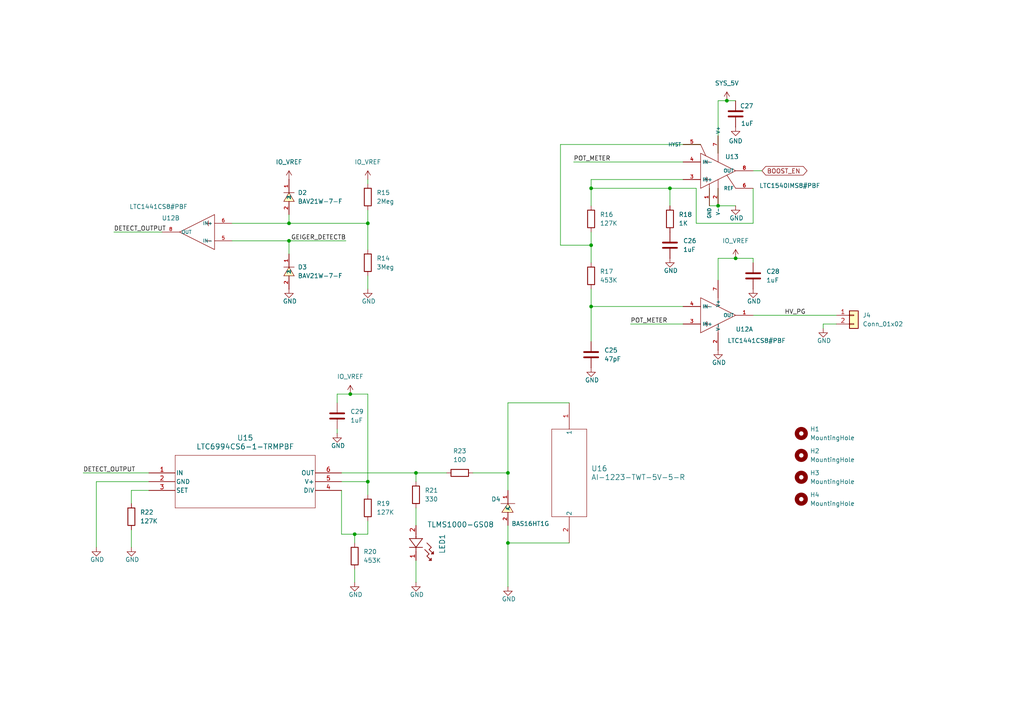
<source format=kicad_sch>
(kicad_sch (version 20231120) (generator "eeschema") (generator_version "8.0")
  (paper "A4")
  (lib_symbols
    (symbol "AI-1223-TWT-5V-5-R:AI-1223-TWT-5V-5-R" (pin_names (offset 0.254))
      (property "Reference" "U" (at 20.32 10.16 0))
      (property "Value" "AI-1223-TWT-5V-5-R" (at 20.32 7.62 0))
      (symbol "AI-1223-TWT-5V-5-R_0_1"
        (polyline (pts (xy 7.62 -5.08) (xy 33.02 -5.08)) (stroke (width 0.127)))
        (polyline (pts (xy 7.62 5.08) (xy 7.62 -5.08)) (stroke (width 0.127)))
        (polyline (pts (xy 33.02 -5.08) (xy 33.02 5.08)) (stroke (width 0.127)))
        (polyline (pts (xy 33.02 5.08) (xy 7.62 5.08)) (stroke (width 0.127)))
        (pin unspecified line (at 0 0 0) (length 7.62) (name "1") (number "1"))
        (pin unspecified line (at 40.64 0 180) (length 7.62) (name "2") (number "2"))
      )
    )
    (symbol "BAS16HT1G:BAS16HT1G"
      (property "Reference" "D" (at 0 1.27 0))
      (property "Value" "BAS16HT1G" (at 0 -2.54 0))
      (symbol "BAS16HT1G_0_1"
        (polyline (pts (xy -1.27 -2.032) (xy -1.27 2.032)))
        (polyline (pts (xy 1.27 1.524) (xy -1.27 0) (xy 1.27 -1.778) (xy 1.27 1.524)) (fill (type background)))
      )
      (symbol "BAS16HT1G_1_1"
        (pin passive line (at -5.08 0 0) (length 3.81) (name "C") (number "1"))
        (pin passive line (at 5.08 0 180) (length 3.81) (name "A") (number "2"))
      )
    )
    (symbol "BAV21W-7-F:BAV21W-7-F"
      (property "Reference" "D" (at 0 1.27 0))
      (property "Value" "BAV21W-7-F" (at 0 -2.54 0))
      (symbol "BAV21W-7-F_0_1"
        (polyline (pts (xy -1.27 -1.524) (xy -1.27 1.524)))
        (polyline (pts (xy 1.27 1.524) (xy -1.27 0) (xy 1.27 -1.524) (xy 1.27 1.524)) (fill (type background)))
      )
      (symbol "BAV21W-7-F_1_1"
        (pin passive line (at -5.08 0 0) (length 3.81) (name "1") (number "1"))
        (pin passive line (at 5.08 0 180) (length 3.81) (name "2") (number "2"))
      )
    )
    (symbol "Connector_Generic:Conn_01x02" (pin_names (offset 1.016) hide)
      (property "Reference" "J" (at 0 2.54 0))
      (property "Value" "Conn_01x02" (at 0 -5.08 0))
      (symbol "Conn_01x02_1_1"
        (rectangle (start -1.27 -2.413) (end 0 -2.667) (stroke (width 0.1524)))
        (rectangle (start -1.27 0.127) (end 0 -0.127) (stroke (width 0.1524)))
        (rectangle (start -1.27 1.27) (end 1.27 -3.81) (stroke (width 0.254)) (fill (type background)))
        (pin passive line (at -5.08 0 0) (length 3.81) (name "Pin_1") (number "1"))
        (pin passive line (at -5.08 -2.54 0) (length 3.81) (name "Pin_2") (number "2"))
      )
    )
    (symbol "Device:C" (pin_numbers hide) (pin_names (offset 0.254))
      (property "Reference" "C" (at 0.635 2.54 0))
      (property "Value" "C" (at 0.635 -2.54 0))
      (symbol "C_0_1"
        (polyline (pts (xy -2.032 -0.762) (xy 2.032 -0.762)) (stroke (width 0.508)))
        (polyline (pts (xy -2.032 0.762) (xy 2.032 0.762)) (stroke (width 0.508)))
      )
      (symbol "C_1_1"
        (pin passive line (at 0 3.81 270) (length 2.794) (name "~") (number "1"))
        (pin passive line (at 0 -3.81 90) (length 2.794) (name "~") (number "2"))
      )
    )
    (symbol "Device:R" (pin_numbers hide) (pin_names (offset 0))
      (property "Reference" "R" (at 2.032 0 90))
      (property "Value" "R" (at 0 0 90))
      (symbol "R_0_1"
        (rectangle (start -1.016 -2.54) (end 1.016 2.54) (stroke (width 0.254)))
      )
      (symbol "R_1_1"
        (pin passive line (at 0 3.81 270) (length 1.27) (name "~") (number "1"))
        (pin passive line (at 0 -3.81 90) (length 1.27) (name "~") (number "2"))
      )
    )
    (symbol "LTC1441CS8#PBF:LTC1441CS8#PBF"
      (property "Reference" "U12" (at 7.62 -4.064 0))
      (property "Value" "LTC1441CS8#PBF" (at 11.176 -7.366 0))
      (symbol "LTC1441CS8#PBF_1_1"
        (polyline (pts (xy -4.064 -2.54) (xy -2.54 -2.54)))
        (polyline (pts (xy -4.064 2.54) (xy -2.54 2.54)))
        (polyline (pts (xy -3.302 -1.778) (xy -3.302 -3.302)))
        (polyline (pts (xy 0 -2.54) (xy 0 -5.08)))
        (polyline (pts (xy 0 5.08) (xy 0 2.54)))
        (polyline (pts (xy -5.08 -5.08) (xy 5.08 0) (xy -5.08 5.08) (xy -5.08 -5.08)))
        (pin output line (at 10.16 0 180) (length 5.08) (name "OUT") (number "1"))
        (pin power_in line (at 0 -10.16 90) (length 5.08) (name "V-") (number "2"))
        (pin input line (at -10.16 -2.54 0) (length 5.08) (name "IN+") (number "3"))
        (pin input line (at -10.16 2.54 0) (length 5.08) (name "IN-") (number "4"))
        (pin power_in line (at 0 10.16 270) (length 5.08) (name "V+") (number "7"))
      )
      (symbol "LTC1441CS8#PBF_2_1"
        (polyline (pts (xy -4.064 -2.54) (xy -2.54 -2.54)))
        (polyline (pts (xy -4.064 2.54) (xy -2.54 2.54)))
        (polyline (pts (xy -3.302 -1.778) (xy -3.302 -3.302)))
        (polyline (pts (xy -5.08 -5.08) (xy 5.08 0) (xy -5.08 5.08) (xy -5.08 -5.08)))
        (pin input line (at -10.16 2.54 0) (length 5.08) (name "IN-") (number "5"))
        (pin input line (at -10.16 -2.54 0) (length 5.08) (name "IN+") (number "6"))
        (pin output line (at 10.16 0 180) (length 5.08) (name "OUT") (number "8"))
      )
    )
    (symbol "LTC1441CS8#PBF_1"
      (property "Reference" "U12" (at 7.62 -4.064 0))
      (property "Value" "LTC1441CS8#PBF" (at 11.176 -7.366 0))
      (symbol "LTC1441CS8#PBF_1_1_1"
        (polyline (pts (xy -4.064 -2.54) (xy -2.54 -2.54)))
        (polyline (pts (xy -4.064 2.54) (xy -2.54 2.54)))
        (polyline (pts (xy -3.302 -1.778) (xy -3.302 -3.302)))
        (polyline (pts (xy 0 -2.54) (xy 0 -5.08)))
        (polyline (pts (xy 0 5.08) (xy 0 2.54)))
        (polyline (pts (xy -5.08 -5.08) (xy 5.08 0) (xy -5.08 5.08) (xy -5.08 -5.08)))
        (pin output line (at 10.16 0 180) (length 5.08) (name "OUT") (number "1"))
        (pin power_in line (at 0 -10.16 90) (length 5.08) (name "V-") (number "2"))
        (pin input line (at -10.16 -2.54 0) (length 5.08) (name "IN+") (number "3"))
        (pin input line (at -10.16 2.54 0) (length 5.08) (name "IN-") (number "4"))
        (pin power_in line (at 0 10.16 270) (length 5.08) (name "V+") (number "7"))
      )
      (symbol "LTC1441CS8#PBF_1_2_1"
        (polyline (pts (xy -4.064 -2.54) (xy -2.54 -2.54)))
        (polyline (pts (xy -4.064 2.54) (xy -2.54 2.54)))
        (polyline (pts (xy -3.302 -1.778) (xy -3.302 -3.302)))
        (polyline (pts (xy -5.08 -5.08) (xy 5.08 0) (xy -5.08 5.08) (xy -5.08 -5.08)))
        (pin input line (at -10.16 2.54 0) (length 5.08) (name "IN-") (number "5"))
        (pin input line (at -10.16 -2.54 0) (length 5.08) (name "IN+") (number "6"))
        (pin output line (at 10.16 0 180) (length 5.08) (name "OUT") (number "8"))
      )
    )
    (symbol "LTC1540IMS8#PBF:LTC1540IMS8#PBF"
      (property "Reference" "U13" (at 2.032 4.064 0))
      (property "Value" "LTC1540IMS8#PBF" (at 11.938 -4.318 0))
      (symbol "LTC1540IMS8#PBF_0_1"
        (polyline (pts (xy -4.064 -2.54) (xy -2.54 -2.54)))
        (polyline (pts (xy -4.064 2.54) (xy -2.54 2.54)))
        (polyline (pts (xy -3.556 4.318) (xy -5.08 7.62)))
        (polyline (pts (xy -3.302 -1.778) (xy -3.302 -3.302)))
        (polyline (pts (xy -2.54 -3.81) (xy -2.54 -5.08)))
        (polyline (pts (xy 0 -2.54) (xy 0 -5.08)))
        (polyline (pts (xy 0 5.08) (xy 0 2.54)))
        (polyline (pts (xy 5.08 -5.08) (xy 2.54 -1.27)))
        (polyline (pts (xy -5.08 -5.08) (xy 5.08 0) (xy -5.08 5.08) (xy -5.08 -5.08)))
        (pin power_in line (at -2.54 -5.08 270) (length 5.08) (name "GND") (number "1"))
        (pin power_in line (at 0 -5.08 270) (length 5.08) (name "V-") (number "2"))
        (pin power_in line (at 0 5.08 90) (length 5.08) (name "V+") (number "7"))
        (pin output line (at 10.16 0 180) (length 5.08) (name "OUT") (number "8"))
      )
      (symbol "LTC1540IMS8#PBF_1_1"
        (pin input line (at -10.16 -2.54 0) (length 5.08) (name "IN+") (number "3"))
        (pin passive line (at -10.16 2.54 0) (length 5.08) (name "IN-") (number "4"))
        (pin input line (at -5.08 7.62 180) (length 5.08) (name "HYST") (number "5"))
        (pin input line (at 10.16 -5.08 180) (length 5.08) (name "REF") (number "6"))
      )
    )
    (symbol "LTC6994CS6:LTC6994CS6-1-TRMPBF" (pin_names (offset 0.254))
      (property "Reference" "U" (at 27.94 10.16 0))
      (property "Value" "LTC6994CS6-1-TRMPBF" (at 27.94 7.62 0))
      (symbol "LTC6994CS6-1-TRMPBF_0_1"
        (polyline (pts (xy 7.62 -10.16) (xy 48.26 -10.16)) (stroke (width 0.127)))
        (polyline (pts (xy 7.62 5.08) (xy 7.62 -10.16)) (stroke (width 0.127)))
        (polyline (pts (xy 48.26 -10.16) (xy 48.26 5.08)) (stroke (width 0.127)))
        (polyline (pts (xy 48.26 5.08) (xy 7.62 5.08)) (stroke (width 0.127)))
        (pin input line (at 0 0 0) (length 7.62) (name "IN") (number "1"))
        (pin power_in line (at 0 -2.54 0) (length 7.62) (name "GND") (number "2"))
        (pin input line (at 0 -5.08 0) (length 7.62) (name "SET") (number "3"))
        (pin input line (at 55.88 -5.08 180) (length 7.62) (name "DIV") (number "4"))
        (pin power_in line (at 55.88 -2.54 180) (length 7.62) (name "V+") (number "5"))
        (pin output line (at 55.88 0 180) (length 7.62) (name "OUT") (number "6"))
      )
    )
    (symbol "Mechanical:MountingHole" (pin_names (offset 1.016)) (exclude_from_sim yes) (in_bom no)
      (property "Reference" "H" (at 0 5.08 0))
      (property "Value" "MountingHole" (at 0 3.175 0))
      (symbol "MountingHole_0_1"
        (circle (center 0 0) (radius 1.27) (stroke (width 1.27)))
      )
    )
    (symbol "TLMS1000-GS08:TLMS1000-GS08" (pin_names (offset 0.254))
      (property "Reference" "LED" (at 5.08 -4.445 0))
      (property "Value" "TLMS1000-GS08" (at 5.08 -7.62 0))
      (symbol "TLMS1000-GS08_1_1"
        (polyline (pts (xy 2.54 0) (xy 3.4798 0)) (stroke (width 0.2032)))
        (polyline (pts (xy 3.175 0) (xy 3.81 0)) (stroke (width 0.2032)))
        (polyline (pts (xy 3.81 -1.905) (xy 6.35 0)) (stroke (width 0.2032)))
        (polyline (pts (xy 3.81 1.905) (xy 3.81 -1.905)) (stroke (width 0.2032)))
        (polyline (pts (xy 5.08 3.175) (xy 6.35 4.445)) (stroke (width 0.2032)))
        (polyline (pts (xy 6.35 -1.905) (xy 6.35 1.905)) (stroke (width 0.2032)))
        (polyline (pts (xy 6.35 0) (xy 3.81 1.905)) (stroke (width 0.2032)))
        (polyline (pts (xy 6.35 0) (xy 7.62 0)) (stroke (width 0.2032)))
        (polyline (pts (xy 6.35 4.445) (xy 6.985 3.81)) (stroke (width 0.2032)))
        (polyline (pts (xy 6.985 2.54) (xy 8.255 3.81)) (stroke (width 0.2032)))
        (polyline (pts (xy 6.985 3.81) (xy 8.255 5.08)) (stroke (width 0.2032)))
        (polyline (pts (xy 7.62 5.08) (xy 8.255 4.445)) (stroke (width 0.2032)))
        (polyline (pts (xy 8.255 3.81) (xy 8.89 3.175)) (stroke (width 0.2032)))
        (polyline (pts (xy 8.255 4.445) (xy 8.255 5.08)) (stroke (width 0.2032)))
        (polyline (pts (xy 8.255 5.08) (xy 7.62 5.08)) (stroke (width 0.2032)))
        (polyline (pts (xy 8.89 3.175) (xy 10.16 4.445)) (stroke (width 0.2032)))
        (polyline (pts (xy 9.525 4.445) (xy 10.16 3.81)) (stroke (width 0.2032)))
        (polyline (pts (xy 10.16 3.81) (xy 10.16 4.445)) (stroke (width 0.2032)))
        (polyline (pts (xy 10.16 4.445) (xy 9.525 4.445)) (stroke (width 0.2032)))
        (pin passive line (at 10.16 0 180) (length 2.54) (name "") (number "1"))
        (pin passive line (at 0 0 0) (length 2.54) (name "") (number "2"))
      )
      (symbol "TLMS1000-GS08_1_2"
        (polyline (pts (xy -5.08 7.62) (xy -4.445 8.255)) (stroke (width 0.2032)))
        (polyline (pts (xy -5.08 8.255) (xy -5.08 7.62)) (stroke (width 0.2032)))
        (polyline (pts (xy -4.445 6.35) (xy -3.81 6.985)) (stroke (width 0.2032)))
        (polyline (pts (xy -4.445 8.255) (xy -5.08 8.255)) (stroke (width 0.2032)))
        (polyline (pts (xy -4.445 9.525) (xy -3.81 10.16)) (stroke (width 0.2032)))
        (polyline (pts (xy -4.445 10.16) (xy -4.445 9.525)) (stroke (width 0.2032)))
        (polyline (pts (xy -3.81 6.985) (xy -5.08 8.255)) (stroke (width 0.2032)))
        (polyline (pts (xy -3.81 8.255) (xy -3.175 8.89)) (stroke (width 0.2032)))
        (polyline (pts (xy -3.81 10.16) (xy -4.445 10.16)) (stroke (width 0.2032)))
        (polyline (pts (xy -3.175 5.08) (xy -4.445 6.35)) (stroke (width 0.2032)))
        (polyline (pts (xy -3.175 8.89) (xy -4.445 10.16)) (stroke (width 0.2032)))
        (polyline (pts (xy -2.54 6.985) (xy -3.81 8.255)) (stroke (width 0.2032)))
        (polyline (pts (xy -1.905 3.81) (xy 1.905 3.81)) (stroke (width 0.2032)))
        (polyline (pts (xy 0 2.54) (xy 0 3.4798)) (stroke (width 0.2032)))
        (polyline (pts (xy 0 3.175) (xy 0 3.81)) (stroke (width 0.2032)))
        (polyline (pts (xy 0 6.35) (xy -1.905 3.81)) (stroke (width 0.2032)))
        (polyline (pts (xy 0 6.35) (xy 0 7.62)) (stroke (width 0.2032)))
        (polyline (pts (xy 1.905 3.81) (xy 0 6.35)) (stroke (width 0.2032)))
        (polyline (pts (xy 1.905 6.35) (xy -1.905 6.35)) (stroke (width 0.2032)))
        (pin unspecified line (at 0 10.16 270) (length 2.54) (name "") (number "1"))
        (pin unspecified line (at 0 0 90) (length 2.54) (name "") (number "2"))
      )
    )
    (symbol "power:GND" (power) (pin_numbers hide) (pin_names (offset 0) hide)
      (property "Value" "GND" (at 0 -3.81 0))
      (symbol "GND_0_1"
        (polyline (pts (xy 0 0) (xy 0 -1.27) (xy 1.27 -1.27) (xy 0 -2.54) (xy -1.27 -1.27) (xy 0 -1.27)))
      )
      (symbol "GND_1_1"
        (pin power_in line (at 0 0 270) (length 0) (name "~") (number "1"))
      )
    )
    (symbol "power:VCC" (power) (pin_numbers hide) (pin_names (offset 0) hide)
      (property "Value" "VCC" (at 0 3.556 0))
      (symbol "VCC_0_1"
        (polyline (pts (xy -0.762 1.27) (xy 0 2.54)))
        (polyline (pts (xy 0 0) (xy 0 2.54)))
        (polyline (pts (xy 0 2.54) (xy 0.762 1.27)))
      )
      (symbol "VCC_1_1"
        (pin power_in line (at 0 0 90) (length 0) (name "~") (number "1"))
      )
    )
  )
  (junction (at 106.68 64.77))
  (junction (at 213.36 74.93))
  (junction (at 101.6 114.3))
  (junction (at 83.82 69.85))
  (junction (at 171.45 71.12))
  (junction (at 194.31 54.61))
  (junction (at 120.65 137.16))
  (junction (at 147.32 157.48))
  (junction (at 171.45 54.61))
  (junction (at 171.45 88.9))
  (junction (at 102.87 154.94))
  (junction (at 210.82 29.21))
  (junction (at 106.68 139.7))
  (junction (at 83.82 64.77))
  (junction (at 208.28 59.69))
  (junction (at 147.32 137.16))
  (wire (pts (xy 106.68 60.96) (xy 106.68 64.77)))
  (wire (pts (xy 171.45 88.9) (xy 171.45 99.06)))
  (wire (pts (xy 97.79 114.3) (xy 101.6 114.3)))
  (wire (pts (xy 166.37 46.99) (xy 198.12 46.99)))
  (wire (pts (xy 205.74 54.61) (xy 205.74 59.69)))
  (wire (pts (xy 208.28 29.21) (xy 210.82 29.21)))
  (wire (pts (xy 238.76 95.25) (xy 238.76 93.98)))
  (wire (pts (xy 171.45 52.07) (xy 171.45 54.61)))
  (wire (pts (xy 106.68 83.82) (xy 106.68 80.01)))
  (wire (pts (xy 203.2 41.91) (xy 162.56 41.91)))
  (wire (pts (xy 147.32 116.84) (xy 147.32 137.16)))
  (wire (pts (xy 83.82 64.77) (xy 106.68 64.77)))
  (wire (pts (xy 147.32 137.16) (xy 147.32 142.24)))
  (wire (pts (xy 218.44 74.93) (xy 218.44 76.2)))
  (wire (pts (xy 208.28 54.61) (xy 208.28 59.69)))
  (wire (pts (xy 162.56 41.91) (xy 162.56 71.12)))
  (wire (pts (xy 99.06 154.94) (xy 102.87 154.94)))
  (wire (pts (xy 102.87 154.94) (xy 102.87 157.48)))
  (wire (pts (xy 194.31 54.61) (xy 171.45 54.61)))
  (wire (pts (xy 106.68 64.77) (xy 106.68 72.39)))
  (wire (pts (xy 106.68 143.51) (xy 106.68 139.7)))
  (wire (pts (xy 208.28 44.45) (xy 208.28 29.21)))
  (wire (pts (xy 201.93 54.61) (xy 194.31 54.61)))
  (wire (pts (xy 218.44 91.44) (xy 242.57 91.44)))
  (wire (pts (xy 198.12 52.07) (xy 171.45 52.07)))
  (wire (pts (xy 33.02 67.31) (xy 46.99 67.31)))
  (wire (pts (xy 210.82 29.21) (xy 213.36 29.21)))
  (wire (pts (xy 43.18 137.16) (xy 24.13 137.16)))
  (wire (pts (xy 67.31 64.77) (xy 83.82 64.77)))
  (wire (pts (xy 38.1 158.75) (xy 38.1 153.67)))
  (wire (pts (xy 83.82 69.85) (xy 83.82 73.66)))
  (wire (pts (xy 208.28 74.93) (xy 213.36 74.93)))
  (wire (pts (xy 83.82 62.23) (xy 83.82 64.77)))
  (wire (pts (xy 218.44 49.53) (xy 220.98 49.53)))
  (wire (pts (xy 147.32 157.48) (xy 147.32 170.18)))
  (wire (pts (xy 194.31 54.61) (xy 194.31 59.69)))
  (wire (pts (xy 171.45 71.12) (xy 171.45 76.2)))
  (wire (pts (xy 120.65 137.16) (xy 129.54 137.16)))
  (wire (pts (xy 102.87 165.1) (xy 102.87 168.91)))
  (wire (pts (xy 38.1 142.24) (xy 43.18 142.24)))
  (wire (pts (xy 102.87 154.94) (xy 106.68 154.94)))
  (wire (pts (xy 27.94 139.7) (xy 27.94 158.75)))
  (wire (pts (xy 208.28 81.28) (xy 208.28 74.93)))
  (wire (pts (xy 120.65 147.32) (xy 120.65 152.4)))
  (wire (pts (xy 147.32 157.48) (xy 165.1 157.48)))
  (wire (pts (xy 171.45 67.31) (xy 171.45 71.12)))
  (wire (pts (xy 38.1 146.05) (xy 38.1 142.24)))
  (wire (pts (xy 106.68 154.94) (xy 106.68 151.13)))
  (wire (pts (xy 43.18 139.7) (xy 27.94 139.7)))
  (wire (pts (xy 171.45 54.61) (xy 171.45 59.69)))
  (wire (pts (xy 101.6 114.3) (xy 106.68 114.3)))
  (wire (pts (xy 137.16 137.16) (xy 147.32 137.16)))
  (wire (pts (xy 67.31 69.85) (xy 83.82 69.85)))
  (wire (pts (xy 106.68 52.07) (xy 106.68 53.34)))
  (wire (pts (xy 106.68 139.7) (xy 99.06 139.7)))
  (wire (pts (xy 106.68 114.3) (xy 106.68 139.7)))
  (wire (pts (xy 238.76 93.98) (xy 242.57 93.98)))
  (wire (pts (xy 120.65 162.56) (xy 120.65 168.91)))
  (wire (pts (xy 213.36 74.93) (xy 218.44 74.93)))
  (wire (pts (xy 99.06 137.16) (xy 120.65 137.16)))
  (wire (pts (xy 162.56 71.12) (xy 171.45 71.12)))
  (wire (pts (xy 201.93 64.77) (xy 201.93 54.61)))
  (wire (pts (xy 97.79 116.84) (xy 97.79 114.3)))
  (wire (pts (xy 147.32 152.4) (xy 147.32 157.48)))
  (wire (pts (xy 171.45 83.82) (xy 171.45 88.9)))
  (wire (pts (xy 171.45 88.9) (xy 198.12 88.9)))
  (wire (pts (xy 182.88 93.98) (xy 198.12 93.98)))
  (wire (pts (xy 205.74 59.69) (xy 208.28 59.69)))
  (wire (pts (xy 218.44 64.77) (xy 201.93 64.77)))
  (wire (pts (xy 147.32 116.84) (xy 165.1 116.84)))
  (wire (pts (xy 208.28 59.69) (xy 213.36 59.69)))
  (wire (pts (xy 97.79 124.46) (xy 97.79 125.73)))
  (wire (pts (xy 120.65 137.16) (xy 120.65 139.7)))
  (wire (pts (xy 99.06 142.24) (xy 99.06 154.94)))
  (wire (pts (xy 218.44 54.61) (xy 218.44 64.77)))
  (wire (pts (xy 83.82 69.85) (xy 100.33 69.85)))
  (label "POT_METER" (at 166.37 46.99 0))
  (label "DETECT_OUTPUT" (at 33.02 67.31 0))
  (label "HV_PG" (at 233.68 91.44 180))
  (label "DETECT_OUTPUT" (at 24.13 137.16 0))
  (label "GEIGER_DETECTB" (at 100.33 69.85 180))
  (label "POT_METER" (at 182.88 93.98 0))
  (global_label "BOOST_EN" (shape bidirectional) (at 220.98 49.53 0) (property "Intersheetrefs" "${INTERSHEET_REFS}" (effects (hide yes))))
  (symbol (lib_id "LTC1441CS8#PBF:LTC1441CS8#PBF") (at 57.15 67.31 180) (unit 2)
    (property "Reference" "U12" (at 49.53 63.246 0))
    (property "Value" "LTC1441CS8#PBF" (at 45.974 59.944 0))
    (property "Footprint" "HV_POWER_SUPPLY:SOIC-8_L4.9-W3.8-P1.27-LS6.0-BL" (effects (hide yes)))
    (property "Datasheet" "https://atta.szlcsc.com/upload/public/pdf/source/20210703/A3C73F1B2E1D5A8F6D2D2CCF768D6647.pdf" (effects (hide yes)))
    (property "LCSC" "C675522" (effects (hide yes)))
    (property "Package" "SOIC-8" (effects (hide yes)))
    (property "manufacturer Part Number" "LTC1441CS8#PBF" (effects (hide yes)))
    (property "Digikey part number" "LTC1441CS8#PBF-ND" (effects (hide yes)))
  )
  (symbol (lib_id "power:GND") (at 213.36 36.83 0) (unit 1)
    (property "Reference" "#PWR022" (effects (hide yes)))
    (property "Value" "GND" (at 213.36 40.894 0))
    (property "Description" "Power symbol creates a global label with name \"GND\" , ground" (effects (hide yes)))
  )
  (symbol (lib_id "power:GND") (at 83.82 83.82 0) (unit 1)
    (property "Reference" "#PWR017" (effects (hide yes)))
    (property "Value" "GND" (at 84.074 87.376 0))
    (property "Description" "Power symbol creates a global label with name \"GND\" , ground" (effects (hide yes)))
  )
  (symbol (lib_id "power:GND") (at 106.68 83.82 0) (unit 1)
    (property "Reference" "#PWR015" (effects (hide yes)))
    (property "Value" "GND" (at 106.934 87.376 0))
    (property "Description" "Power symbol creates a global label with name \"GND\" , ground" (effects (hide yes)))
  )
  (symbol (lib_id "Device:R") (at 171.45 63.5 0) (unit 1)
    (property "Reference" "R16" (at 173.99 62.2299 0) (effects (justify left)))
    (property "Value" "127K" (at 173.99 64.7699 0) (effects (justify left)))
    (property "Footprint" "Resistor_SMD:R_0805_2012Metric" (effects (hide yes)))
    (property "Description" "Resistor" (effects (hide yes)))
    (property "Package" "0805" (effects (hide yes)))
    (property "manufacturer Part Number" "AC0805FR-07127KL" (effects (hide yes)))
    (property "LCSC" "C228282" (effects (hide yes)))
  )
  (symbol (lib_id "Device:R") (at 171.45 80.01 0) (unit 1)
    (property "Reference" "R17" (at 173.99 78.7399 0) (effects (justify left)))
    (property "Value" "453K" (at 173.99 81.2799 0) (effects (justify left)))
    (property "Footprint" "Resistor_SMD:R_0805_2012Metric" (effects (hide yes)))
    (property "Description" "Resistor" (effects (hide yes)))
    (property "Package" "0805" (effects (hide yes)))
    (property "manufacturer Part Number" "UNI-ROYAL(Uniroyal Elec)" (effects (hide yes)))
    (property "LCSC" "C17702" (effects (hide yes)))
  )
  (symbol (lib_id "Device:C") (at 213.36 33.02 0) (unit 1)
    (property "Reference" "C27" (at 214.63 30.734 0) (effects (justify left)))
    (property "Value" "1uF" (at 214.884 35.814 0) (effects (justify left)))
    (property "Footprint" "Capacitor_SMD:C_0603_1608Metric" (effects (hide yes)))
    (property "Description" "Unpolarized capacitor" (effects (hide yes)))
    (property "LCSC" "C15849" (effects (hide yes)))
    (property "Package" "0603" (effects (hide yes)))
    (property "manufacturer Part Number" "CL10A105KB8NNNC" (effects (hide yes)))
  )
  (symbol (lib_id "power:GND") (at 218.44 83.82 0) (unit 1)
    (property "Reference" "#PWR026" (effects (hide yes)))
    (property "Value" "GND" (at 218.694 87.376 0))
    (property "Description" "Power symbol creates a global label with name \"GND\" , ground" (effects (hide yes)))
  )
  (symbol (lib_id "power:GND") (at 208.28 101.6 0) (unit 1)
    (property "Reference" "#PWR028" (effects (hide yes)))
    (property "Value" "GND" (at 208.534 105.156 0))
    (property "Description" "Power symbol creates a global label with name \"GND\" , ground" (effects (hide yes)))
  )
  (symbol (lib_id "Device:R") (at 120.65 143.51 0) (unit 1)
    (property "Reference" "R21" (at 123.19 142.2399 0) (effects (justify left)))
    (property "Value" "330" (at 123.19 144.7799 0) (effects (justify left)))
    (property "Footprint" "Resistor_SMD:R_0805_2012Metric" (effects (hide yes)))
    (property "Description" "Resistor" (effects (hide yes)))
    (property "Package" "0805" (effects (hide yes)))
    (property "manufacturer Part Number" "0805W8F3300T5E" (effects (hide yes)))
    (property "LCSC" "C17630" (effects (hide yes)))
  )
  (symbol (lib_id "power:GND") (at 194.31 74.93 0) (unit 1)
    (property "Reference" "#PWR019" (effects (hide yes)))
    (property "Value" "GND" (at 194.564 78.486 0))
    (property "Description" "Power symbol creates a global label with name \"GND\" , ground" (effects (hide yes)))
  )
  (symbol (lib_id "Device:C") (at 194.31 71.12 0) (unit 1)
    (property "Reference" "C26" (at 198.12 69.8499 0) (effects (justify left)))
    (property "Value" "1uF" (at 198.12 72.3899 0) (effects (justify left)))
    (property "Footprint" "Capacitor_SMD:C_0603_1608Metric" (effects (hide yes)))
    (property "Description" "Unpolarized capacitor" (effects (hide yes)))
    (property "LCSC" "C15849" (effects (hide yes)))
    (property "Package" "0603" (effects (hide yes)))
    (property "manufacturer Part Number" "CL10A105KB8NNNC" (effects (hide yes)))
  )
  (symbol (lib_id "Mechanical:MountingHole") (at 232.41 144.78 0) (unit 1) (exclude_from_sim yes) (in_bom no)
    (property "Reference" "H4" (at 234.95 143.5099 0) (effects (justify left)))
    (property "Value" "MountingHole" (at 234.95 146.0499 0) (effects (justify left)))
    (property "Footprint" "MountingHole:MountingHole_3.2mm_M3" (effects (hide yes)))
    (property "Description" "Mounting Hole without connection" (effects (hide yes)))
  )
  (symbol (lib_id "Device:C") (at 171.45 102.87 0) (unit 1)
    (property "Reference" "C25" (at 175.26 101.5999 0) (effects (justify left)))
    (property "Value" "47pF" (at 175.26 104.1399 0) (effects (justify left)))
    (property "Footprint" "Capacitor_SMD:C_0603_1608Metric" (effects (hide yes)))
    (property "Description" "Unpolarized capacitor" (effects (hide yes)))
    (property "LCSC" "C178330" (effects (hide yes)))
    (property "Package" "0603" (effects (hide yes)))
    (property "manufacturer Part Number" "0603X476M6R3NT" (effects (hide yes)))
  )
  (symbol (lib_id "Mechanical:MountingHole") (at 232.41 125.73 0) (unit 1) (exclude_from_sim yes) (in_bom no)
    (property "Reference" "H1" (at 234.95 124.4599 0) (effects (justify left)))
    (property "Value" "MountingHole" (at 234.95 126.9999 0) (effects (justify left)))
    (property "Footprint" "MountingHole:MountingHole_3.2mm_M3" (effects (hide yes)))
    (property "Description" "Mounting Hole without connection" (effects (hide yes)))
  )
  (symbol (lib_id "power:GND") (at 38.1 158.75 0) (unit 1)
    (property "Reference" "#PWR031" (effects (hide yes)))
    (property "Value" "GND" (at 38.354 162.306 0))
    (property "Description" "Power symbol creates a global label with name \"GND\" , ground" (effects (hide yes)))
  )
  (symbol (lib_id "Device:R") (at 38.1 149.86 0) (unit 1)
    (property "Reference" "R22" (at 40.64 148.5899 0) (effects (justify left)))
    (property "Value" "127K" (at 40.64 151.1299 0) (effects (justify left)))
    (property "Footprint" "Resistor_SMD:R_0805_2012Metric" (effects (hide yes)))
    (property "Description" "Resistor" (effects (hide yes)))
    (property "Package" "0805" (effects (hide yes)))
    (property "manufacturer Part Number" "AC0805FR-07127KL" (effects (hide yes)))
    (property "LCSC" "C228282" (effects (hide yes)))
  )
  (symbol (lib_id "Device:R") (at 133.35 137.16 90) (unit 1)
    (property "Reference" "R23" (at 133.35 130.81 90))
    (property "Value" "100" (at 133.35 133.35 90))
    (property "Footprint" "Resistor_SMD:R_0805_2012Metric" (effects (hide yes)))
    (property "Description" "Resistor" (effects (hide yes)))
    (property "Package" "0805" (effects (hide yes)))
    (property "manufacturer Part Number" "0805W8F1000T5E" (effects (hide yes)))
    (property "LCSC" "C17408" (effects (hide yes)))
  )
  (symbol (lib_id "Device:R") (at 106.68 147.32 0) (unit 1)
    (property "Reference" "R19" (at 109.22 146.0499 0) (effects (justify left)))
    (property "Value" "127K" (at 109.22 148.5899 0) (effects (justify left)))
    (property "Footprint" "Resistor_SMD:R_0805_2012Metric" (effects (hide yes)))
    (property "Description" "Resistor" (effects (hide yes)))
    (property "Package" "0805" (effects (hide yes)))
    (property "manufacturer Part Number" "AC0805FR-07127KL" (effects (hide yes)))
    (property "LCSC" "C228282" (effects (hide yes)))
  )
  (symbol (lib_id "AI-1223-TWT-5V-5-R:AI-1223-TWT-5V-5-R") (at 165.1 116.84 270) (unit 1)
    (property "Reference" "U16" (at 171.45 135.8899 90) (effects (font (size 1.524 1.524)) (justify left)))
    (property "Value" "AI-1223-TWT-5V-5-R" (at 171.45 138.4299 90) (effects (font (size 1.524 1.524)) (justify left)))
    (property "Footprint" "HV_POWER_SUPPLY:AI-1223-TWT-5V-5-R_PUI" (effects (hide yes)))
    (property "Datasheet" "AI-1223-TWT-5V-5-R" (effects (hide yes)))
    (property "Package" "BUZ-TH" (effects (hide yes)))
    (property "manufacturer Part Number" "AI-1223-TWT-5V-5-R" (effects (hide yes)))
    (property "LCSC" "C5250722" (effects (hide yes)))
    (property "Digikey part number" "668-1458-ND" (effects (hide yes)))
  )
  (symbol (lib_id "power:VCC") (at 106.68 52.07 0) (unit 1)
    (property "Reference" "#PWR016" (effects (hide yes)))
    (property "Value" "IO_VREF" (at 106.68 46.99 0))
    (property "Description" "Power symbol creates a global label with name \"VCC\"" (effects (hide yes)))
  )
  (symbol (lib_id "power:VCC") (at 83.82 52.07 0) (unit 1)
    (property "Reference" "#PWR014" (effects (hide yes)))
    (property "Value" "IO_VREF" (at 83.82 46.99 0))
    (property "Description" "Power symbol creates a global label with name \"VCC\"" (effects (hide yes)))
  )
  (symbol (lib_id "power:GND") (at 102.87 168.91 0) (unit 1)
    (property "Reference" "#PWR032" (effects (hide yes)))
    (property "Value" "GND" (at 103.124 172.466 0))
    (property "Description" "Power symbol creates a global label with name \"GND\" , ground" (effects (hide yes)))
  )
  (symbol (lib_id "power:GND") (at 120.65 168.91 0) (unit 1)
    (property "Reference" "#PWR033" (effects (hide yes)))
    (property "Value" "GND" (at 120.904 172.466 0))
    (property "Description" "Power symbol creates a global label with name \"GND\" , ground" (effects (hide yes)))
  )
  (symbol (lib_id "Device:C") (at 97.79 120.65 0) (unit 1)
    (property "Reference" "C29" (at 101.6 119.3799 0) (effects (justify left)))
    (property "Value" "1uF" (at 101.6 121.9199 0) (effects (justify left)))
    (property "Footprint" "Capacitor_SMD:C_0603_1608Metric" (effects (hide yes)))
    (property "Description" "Unpolarized capacitor" (effects (hide yes)))
    (property "LCSC" "C15849" (effects (hide yes)))
    (property "Package" "0603" (effects (hide yes)))
    (property "manufacturer Part Number" "CL10A105KB8NNNC" (effects (hide yes)))
  )
  (symbol (lib_id "power:VCC") (at 210.82 29.21 0) (unit 1)
    (property "Reference" "#PWR029" (effects (hide yes)))
    (property "Value" "SYS_5V" (at 210.82 24.13 0))
    (property "Description" "Power symbol creates a global label with name \"VCC\"" (effects (hide yes)))
  )
  (symbol (lib_id "BAV21W-7-F:BAV21W-7-F") (at 83.82 78.74 270) (unit 1)
    (property "Reference" "D3" (at 86.36 77.4699 90) (effects (justify left)))
    (property "Value" "BAV21W-7-F" (at 86.36 80.0099 90) (effects (justify left)))
    (property "Footprint" "HV_POWER_SUPPLY:SOD-323_L1.8-W1.3-LS2.5-RD" (effects (hide yes)))
    (property "Datasheet" "https://item.szlcsc.com/301422.html" (effects (hide yes)))
    (property "LCSC" "C151350" (effects (hide yes)))
    (property "Package" "SOD-323" (effects (hide yes)))
    (property "manufacturer Part Number" "BAV21WS-7-F" (effects (hide yes)))
  )
  (symbol (lib_id "power:GND") (at 147.32 170.18 0) (unit 1)
    (property "Reference" "#PWR036" (effects (hide yes)))
    (property "Value" "GND" (at 147.574 173.736 0))
    (property "Description" "Power symbol creates a global label with name \"GND\" , ground" (effects (hide yes)))
  )
  (symbol (lib_id "power:GND") (at 238.76 95.25 0) (unit 1)
    (property "Reference" "#PWR038" (effects (hide yes)))
    (property "Value" "GND" (at 239.014 98.806 0))
    (property "Description" "Power symbol creates a global label with name \"GND\" , ground" (effects (hide yes)))
  )
  (symbol (lib_id "Connector_Generic:Conn_01x02") (at 247.65 91.44 0) (unit 1)
    (property "Reference" "J4" (at 250.19 91.4399 0) (effects (justify left)))
    (property "Value" "Conn_01x02" (at 250.19 93.9799 0) (effects (justify left)))
    (property "Footprint" "Connector_PinHeader_2.54mm:PinHeader_1x02_P2.54mm_Vertical" (effects (hide yes)))
    (property "Description" "Generic connector, single row, 01x02, script generated (kicad-library-utils/schlib/autogen/connector/)" (effects (hide yes)))
  )
  (symbol (lib_id "power:GND") (at 27.94 158.75 0) (unit 1)
    (property "Reference" "#PWR037" (effects (hide yes)))
    (property "Value" "GND" (at 28.194 162.306 0))
    (property "Description" "Power symbol creates a global label with name \"GND\" , ground" (effects (hide yes)))
  )
  (symbol (lib_id "Device:R") (at 102.87 161.29 0) (unit 1)
    (property "Reference" "R20" (at 105.41 160.0199 0) (effects (justify left)))
    (property "Value" "453K" (at 105.41 162.5599 0) (effects (justify left)))
    (property "Footprint" "Resistor_SMD:R_0805_2012Metric" (effects (hide yes)))
    (property "Description" "Resistor" (effects (hide yes)))
    (property "Package" "0805" (effects (hide yes)))
    (property "manufacturer Part Number" "UNI-ROYAL(Uniroyal Elec)" (effects (hide yes)))
    (property "LCSC" "C17702" (effects (hide yes)))
  )
  (symbol (lib_id "LTC6994CS6:LTC6994CS6-1-TRMPBF") (at 43.18 137.16 0) (unit 1)
    (property "Reference" "U15" (at 71.12 127 0) (effects (font (size 1.524 1.524))))
    (property "Value" "LTC6994CS6-1-TRMPBF" (at 71.12 129.54 0) (effects (font (size 1.524 1.524))))
    (property "Footprint" "HV_POWER_SUPPLY:TSOT-23_S6_LIT" (effects (hide yes)))
    (property "Datasheet" "LTC6994CS6-1-TRMPBF" (effects (hide yes)))
    (property "Package" "TSOT-23-6" (effects (hide yes)))
    (property "manufacturer Part Number" "LTC6994CS6-1#TRMPBF" (effects (hide yes)))
    (property "LCSC" "C581050" (effects (hide yes)))
  )
  (symbol (lib_id "LTC1540IMS8#PBF:LTC1540IMS8#PBF") (at 208.28 49.53 0) (unit 1)
    (property "Reference" "U13" (at 210.312 45.466 0) (effects (justify left)))
    (property "Value" "LTC1540IMS8#PBF" (at 220.218 53.848 0) (effects (justify left)))
    (property "Footprint" "HV_POWER_SUPPLY:MSOP-8_L3.0-W3.0-P0.65-LS4.9-BL" (effects (hide yes)))
    (property "Datasheet" "https://www2.renesas.cn/cn/zh/document/dst/isl32430e-isl32432e-isl32433e-isl32435e-isl32437e-datasheet?r=531591" (effects (hide yes)))
    (property "LCSC" "C580397" (effects (hide yes)))
    (property "Package" "MSOP-8" (effects (hide yes)))
    (property "manufacturer Part Number" "LTC1540IMS8#PBF" (effects (hide yes)))
    (property "Digikey part number" "LTC1540IMS8#PBF-ND" (effects (hide yes)))
  )
  (symbol (lib_id "power:VCC") (at 213.36 74.93 0) (unit 1)
    (property "Reference" "#PWR027" (effects (hide yes)))
    (property "Value" "IO_VREF" (at 213.36 69.85 0))
    (property "Description" "Power symbol creates a global label with name \"VCC\"" (effects (hide yes)))
  )
  (symbol (lib_id "BAV21W-7-F:BAV21W-7-F") (at 83.82 57.15 270) (unit 1)
    (property "Reference" "D2" (at 86.36 55.8799 90) (effects (justify left)))
    (property "Value" "BAV21W-7-F" (at 86.36 58.4199 90) (effects (justify left)))
    (property "Footprint" "HV_POWER_SUPPLY:SOD-323_L1.8-W1.3-LS2.5-RD" (effects (hide yes)))
    (property "Datasheet" "https://item.szlcsc.com/301422.html" (effects (hide yes)))
    (property "LCSC" "C151350" (effects (hide yes)))
    (property "Package" "SOD-323" (effects (hide yes)))
    (property "manufacturer Part Number" "BAV21WS-7-F" (effects (hide yes)))
  )
  (symbol (lib_id "power:GND") (at 171.45 106.68 0) (unit 1)
    (property "Reference" "#PWR018" (effects (hide yes)))
    (property "Value" "GND" (at 171.704 110.236 0))
    (property "Description" "Power symbol creates a global label with name \"GND\" , ground" (effects (hide yes)))
  )
  (symbol (lib_id "power:VCC") (at 101.6 114.3 0) (unit 1)
    (property "Reference" "#PWR035" (effects (hide yes)))
    (property "Value" "IO_VREF" (at 101.6 109.22 0))
    (property "Description" "Power symbol creates a global label with name \"VCC\"" (effects (hide yes)))
  )
  (symbol (lib_id "power:GND") (at 97.79 125.73 0) (unit 1)
    (property "Reference" "#PWR034" (effects (hide yes)))
    (property "Value" "GND" (at 98.044 129.286 0))
    (property "Description" "Power symbol creates a global label with name \"GND\" , ground" (effects (hide yes)))
  )
  (symbol (lib_id "Device:R") (at 106.68 76.2 0) (unit 1)
    (property "Reference" "R14" (at 109.22 74.9299 0) (effects (justify left)))
    (property "Value" "3Meg" (at 109.22 77.4699 0) (effects (justify left)))
    (property "Footprint" "Resistor_SMD:R_0805_2012Metric" (effects (hide yes)))
    (property "Description" "Resistor" (effects (hide yes)))
    (property "Package" "0805" (effects (hide yes)))
    (property "manufacturer Part Number" "FRC0805J305 TS" (effects (hide yes)))
    (property "LCSC" "C2907325" (effects (hide yes)))
  )
  (symbol (lib_id "Mechanical:MountingHole") (at 232.41 138.43 0) (unit 1) (exclude_from_sim yes) (in_bom no)
    (property "Reference" "H3" (at 234.95 137.1599 0) (effects (justify left)))
    (property "Value" "MountingHole" (at 234.95 139.6999 0) (effects (justify left)))
    (property "Footprint" "MountingHole:MountingHole_3.2mm_M3" (effects (hide yes)))
    (property "Description" "Mounting Hole without connection" (effects (hide yes)))
  )
  (symbol (lib_name "LTC1441CS8#PBF_1") (lib_id "LTC1441CS8#PBF:LTC1441CS8#PBF") (at 208.28 91.44 0) (unit 1)
    (property "Reference" "U12" (at 215.9 95.504 0))
    (property "Value" "LTC1441CS8#PBF" (at 219.456 98.806 0))
    (property "Footprint" "HV_POWER_SUPPLY:SOIC-8_L4.9-W3.8-P1.27-LS6.0-BL" (effects (hide yes)))
    (property "Datasheet" "https://atta.szlcsc.com/upload/public/pdf/source/20210703/A3C73F1B2E1D5A8F6D2D2CCF768D6647.pdf" (effects (hide yes)))
    (property "LCSC" "C675522" (effects (hide yes)))
    (property "Package" "SOIC-8" (effects (hide yes)))
    (property "manufacturer Part Number" "LTC1441CS8#PBF" (effects (hide yes)))
    (property "Digikey part number" "LTC1441CS8#PBF-ND" (effects (hide yes)))
  )
  (symbol (lib_id "TLMS1000-GS08:TLMS1000-GS08") (at 120.65 152.4 270) (unit 1)
    (property "Reference" "LED1" (at 128.27 157.734 0) (effects (font (size 1.524 1.524))))
    (property "Value" "TLMS1000-GS08" (at 133.604 152.146 90) (effects (font (size 1.524 1.524))))
    (property "Footprint" "LED_SMD:LED_0603_1608Metric" (effects (hide yes)))
    (property "Datasheet" "TLMS1000-GS08" (effects (hide yes)))
    (property "Package" "0603" (effects (hide yes)))
    (property "manufacturer Part Number" "KT-0603R" (effects (hide yes)))
    (property "LCSC" "C2286" (effects (hide yes)))
  )
  (symbol (lib_id "power:GND") (at 213.36 59.69 0) (unit 1)
    (property "Reference" "#PWR023" (effects (hide yes)))
    (property "Value" "GND" (at 213.614 63.246 0))
    (property "Description" "Power symbol creates a global label with name \"GND\" , ground" (effects (hide yes)))
  )
  (symbol (lib_id "Device:C") (at 218.44 80.01 0) (unit 1)
    (property "Reference" "C28" (at 222.25 78.7399 0) (effects (justify left)))
    (property "Value" "1uF" (at 222.25 81.2799 0) (effects (justify left)))
    (property "Footprint" "Capacitor_SMD:C_0603_1608Metric" (effects (hide yes)))
    (property "Description" "Unpolarized capacitor" (effects (hide yes)))
    (property "LCSC" "C15849" (effects (hide yes)))
    (property "Package" "0603" (effects (hide yes)))
    (property "manufacturer Part Number" "CL10A105KB8NNNC" (effects (hide yes)))
  )
  (symbol (lib_id "Device:R") (at 106.68 57.15 0) (unit 1)
    (property "Reference" "R15" (at 109.22 55.8799 0) (effects (justify left)))
    (property "Value" "2Meg" (at 109.22 58.4199 0) (effects (justify left)))
    (property "Footprint" "Resistor_SMD:R_0805_2012Metric" (effects (hide yes)))
    (property "Description" "Resistor" (effects (hide yes)))
    (property "Package" "0805" (effects (hide yes)))
    (property "manufacturer Part Number" "0805W8F2004T5E" (effects (hide yes)))
    (property "LCSC" "C26112" (effects (hide yes)))
  )
  (symbol (lib_id "Mechanical:MountingHole") (at 232.41 132.08 0) (unit 1) (exclude_from_sim yes) (in_bom no)
    (property "Reference" "H2" (at 234.95 130.8099 0) (effects (justify left)))
    (property "Value" "MountingHole" (at 234.95 133.3499 0) (effects (justify left)))
    (property "Footprint" "MountingHole:MountingHole_3.2mm_M3" (effects (hide yes)))
    (property "Description" "Mounting Hole without connection" (effects (hide yes)))
  )
  (symbol (lib_id "Device:R") (at 194.31 63.5 0) (unit 1)
    (property "Reference" "R18" (at 196.85 62.2299 0) (effects (justify left)))
    (property "Value" "1K" (at 196.85 64.7699 0) (effects (justify left)))
    (property "Footprint" "Resistor_SMD:R_0805_2012Metric" (effects (hide yes)))
    (property "Description" "Resistor" (effects (hide yes)))
    (property "Package" "0805" (effects (hide yes)))
    (property "manufacturer Part Number" "RC0805JR-071KL" (effects (hide yes)))
    (property "LCSC" "C100046" (effects (hide yes)))
  )
  (symbol (lib_id "BAS16HT1G:BAS16HT1G") (at 147.32 147.32 270) (unit 1)
    (property "Reference" "D4" (at 142.494 144.78 90) (effects (justify left)))
    (property "Value" "BAS16HT1G" (at 148.336 151.892 90) (effects (justify left)))
    (property "Footprint" "HV_POWER_SUPPLY:SOD-323_L1.8-W1.3-LS2.5-RD" (effects (hide yes)))
    (property "Datasheet" "https://item.szlcsc.com/295156.html" (effects (hide yes)))
    (property "LCSC" "C131148" (effects (hide yes)))
    (property "Package" "SOD-323" (effects (hide yes)))
    (property "manufacturer Part Number" "BAS16HT1G" (effects (hide yes)))
  )
)
</source>
